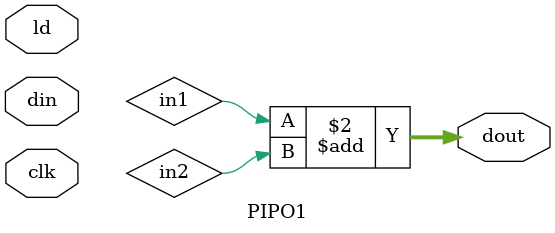
<source format=v>
module PIPO1(dout, din, ld, clk);
    input [15:0]din;
    input ld, clk;
    output reg [15:0] dout;
    always @(*)
        dout=in1 + in2;
    endmodule


</source>
